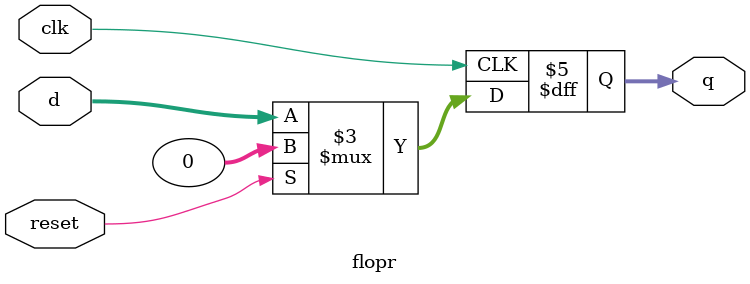
<source format=sv>
module flopr #(parameter WIDTH = 32)
              (input  logic clk, reset,
               input  logic [WIDTH-1:0] d,
               output logic [WIDTH-1:0] q
               );
    always_ff @(negedge clk)
        if (reset) q <= 0;
        else       q <= d;
endmodule

</source>
